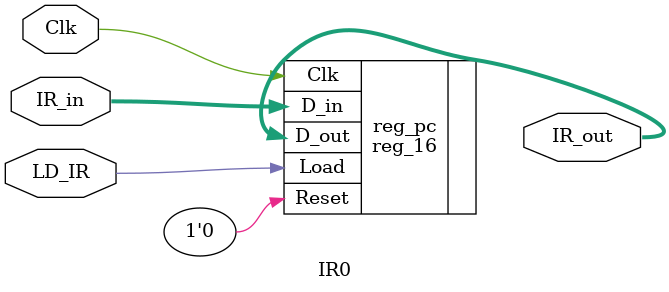
<source format=sv>
module IR0(input logic Clk, LD_IR, 
					input logic [15:0] IR_in,
					output logic [15:0] IR_out
);

reg_16 reg_pc(.Clk, .Reset(1'b0), .Load(LD_IR), .D_in(IR_in), .D_out(IR_out));

endmodule

</source>
